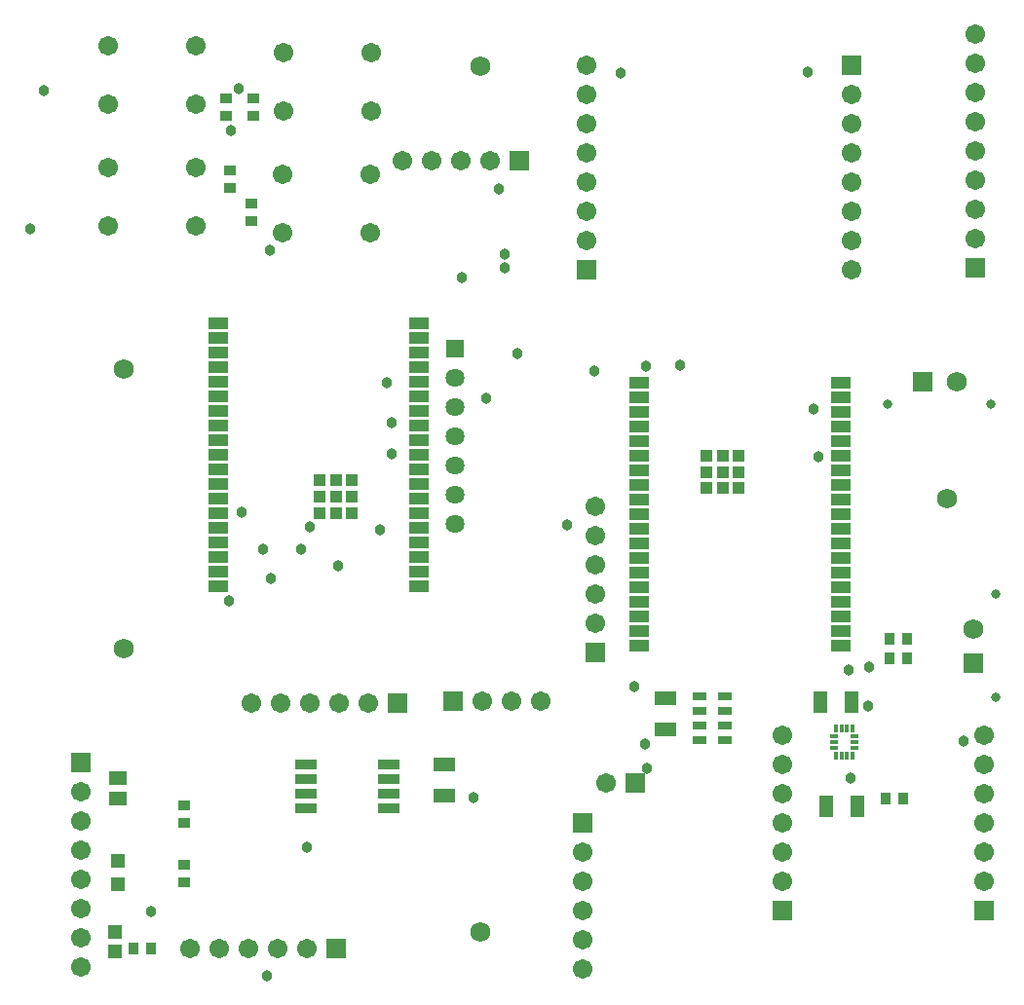
<source format=gts>
G04*
G04 #@! TF.GenerationSoftware,Altium Limited,Altium Designer,22.2.1 (43)*
G04*
G04 Layer_Color=8388736*
%FSLAX25Y25*%
%MOIN*%
G70*
G04*
G04 #@! TF.SameCoordinates,BF82E168-2CF8-4A2D-AB3A-859FEF8C30B5*
G04*
G04*
G04 #@! TF.FilePolarity,Negative*
G04*
G01*
G75*
%ADD21R,0.04700X0.04700*%
%ADD31R,0.06706X0.04343*%
%ADD32R,0.04343X0.04343*%
%ADD33R,0.05131X0.03162*%
%ADD34R,0.03556X0.04343*%
%ADD35R,0.06312X0.04737*%
%ADD36R,0.04737X0.05131*%
%ADD37R,0.01784X0.02670*%
%ADD38R,0.02670X0.01784*%
%ADD39R,0.07296X0.03359*%
%ADD40R,0.04343X0.03556*%
%ADD41R,0.07493X0.05131*%
%ADD42R,0.05131X0.07493*%
%ADD43C,0.06706*%
%ADD44R,0.06706X0.06706*%
%ADD45R,0.06706X0.06706*%
%ADD46C,0.03300*%
%ADD47C,0.06824*%
%ADD48R,0.06824X0.06824*%
%ADD49C,0.06410*%
%ADD50R,0.06410X0.06410*%
%ADD51C,0.06800*%
%ADD52R,0.06824X0.06824*%
%ADD53C,0.03800*%
D21*
X36200Y-303900D02*
D03*
Y-295600D02*
D03*
D31*
X283288Y-197020D02*
D03*
Y-132020D02*
D03*
Y-137020D02*
D03*
Y-142020D02*
D03*
Y-147020D02*
D03*
Y-152020D02*
D03*
Y-157020D02*
D03*
Y-162020D02*
D03*
Y-167020D02*
D03*
Y-172020D02*
D03*
Y-177020D02*
D03*
Y-182020D02*
D03*
Y-187020D02*
D03*
Y-192020D02*
D03*
Y-202020D02*
D03*
Y-207020D02*
D03*
Y-212020D02*
D03*
Y-217020D02*
D03*
Y-222020D02*
D03*
X214390D02*
D03*
Y-217020D02*
D03*
Y-212020D02*
D03*
Y-207020D02*
D03*
Y-202020D02*
D03*
Y-197020D02*
D03*
Y-192020D02*
D03*
Y-187020D02*
D03*
Y-182020D02*
D03*
Y-177020D02*
D03*
Y-172020D02*
D03*
Y-167020D02*
D03*
Y-162020D02*
D03*
Y-157020D02*
D03*
Y-152020D02*
D03*
Y-147020D02*
D03*
Y-142020D02*
D03*
Y-137020D02*
D03*
Y-132020D02*
D03*
X70300Y-201800D02*
D03*
Y-196800D02*
D03*
Y-191800D02*
D03*
Y-186800D02*
D03*
Y-181800D02*
D03*
Y-176800D02*
D03*
Y-171800D02*
D03*
Y-166800D02*
D03*
Y-161800D02*
D03*
Y-156800D02*
D03*
Y-151800D02*
D03*
Y-146800D02*
D03*
Y-141800D02*
D03*
Y-136800D02*
D03*
Y-131800D02*
D03*
Y-126800D02*
D03*
Y-121800D02*
D03*
Y-116800D02*
D03*
Y-111800D02*
D03*
X139198D02*
D03*
Y-116800D02*
D03*
Y-121800D02*
D03*
Y-126800D02*
D03*
Y-131800D02*
D03*
Y-136800D02*
D03*
Y-141800D02*
D03*
Y-146800D02*
D03*
Y-151800D02*
D03*
Y-156800D02*
D03*
Y-161800D02*
D03*
Y-166800D02*
D03*
Y-171800D02*
D03*
Y-176800D02*
D03*
Y-181800D02*
D03*
Y-186800D02*
D03*
Y-191800D02*
D03*
Y-196800D02*
D03*
Y-201800D02*
D03*
D32*
X237422Y-162729D02*
D03*
Y-157217D02*
D03*
X242934D02*
D03*
X248446D02*
D03*
Y-162729D02*
D03*
Y-168241D02*
D03*
X242934D02*
D03*
X237422D02*
D03*
X242934Y-162729D02*
D03*
X116166Y-171091D02*
D03*
Y-176603D02*
D03*
X110654D02*
D03*
X105142D02*
D03*
Y-171091D02*
D03*
Y-165579D02*
D03*
X110654D02*
D03*
X116166D02*
D03*
X110654Y-171091D02*
D03*
D33*
X243631Y-254282D02*
D03*
Y-249361D02*
D03*
Y-244439D02*
D03*
Y-239518D02*
D03*
X234969D02*
D03*
Y-244439D02*
D03*
Y-249361D02*
D03*
Y-254282D02*
D03*
D34*
X300095Y-219800D02*
D03*
X306000D02*
D03*
X300047Y-226500D02*
D03*
X305953D02*
D03*
X304653Y-274300D02*
D03*
X298747D02*
D03*
X41347Y-325746D02*
D03*
X47253D02*
D03*
D35*
X36200Y-274443D02*
D03*
Y-267357D02*
D03*
D36*
X35000Y-319953D02*
D03*
Y-326646D02*
D03*
D37*
X287553Y-250523D02*
D03*
X285584D02*
D03*
X283616D02*
D03*
X281647D02*
D03*
Y-259677D02*
D03*
X283616D02*
D03*
X285584D02*
D03*
X287553D02*
D03*
D38*
X281008Y-253132D02*
D03*
Y-255100D02*
D03*
Y-257068D02*
D03*
X288193D02*
D03*
Y-255100D02*
D03*
Y-253132D02*
D03*
D39*
X128873Y-277700D02*
D03*
Y-272700D02*
D03*
Y-267700D02*
D03*
Y-262700D02*
D03*
X100527D02*
D03*
Y-267700D02*
D03*
Y-272700D02*
D03*
Y-277700D02*
D03*
D40*
X58700Y-297195D02*
D03*
Y-303100D02*
D03*
Y-282649D02*
D03*
Y-276743D02*
D03*
X74400Y-59450D02*
D03*
Y-65355D02*
D03*
X81800Y-70695D02*
D03*
Y-76600D02*
D03*
X73200Y-34694D02*
D03*
Y-40600D02*
D03*
X82300Y-34694D02*
D03*
Y-40600D02*
D03*
D41*
X223500Y-250815D02*
D03*
Y-240185D02*
D03*
X147900Y-273300D02*
D03*
Y-262670D02*
D03*
D42*
X289015Y-277200D02*
D03*
X278385D02*
D03*
X287000Y-241300D02*
D03*
X276370D02*
D03*
D43*
X287200Y-93500D02*
D03*
Y-83500D02*
D03*
Y-73500D02*
D03*
Y-63500D02*
D03*
Y-53500D02*
D03*
Y-43500D02*
D03*
Y-33500D02*
D03*
X332500Y-252770D02*
D03*
Y-262770D02*
D03*
Y-272770D02*
D03*
Y-282770D02*
D03*
Y-302770D02*
D03*
Y-292770D02*
D03*
X163400Y-56100D02*
D03*
X153400D02*
D03*
X143400D02*
D03*
X133400D02*
D03*
X199300Y-174500D02*
D03*
Y-184500D02*
D03*
Y-194500D02*
D03*
Y-204500D02*
D03*
Y-214500D02*
D03*
X92900Y-39148D02*
D03*
X122900D02*
D03*
X92900Y-19148D02*
D03*
X122900D02*
D03*
X329300Y-72700D02*
D03*
Y-62700D02*
D03*
Y-52700D02*
D03*
Y-42700D02*
D03*
Y-32700D02*
D03*
Y-22700D02*
D03*
Y-12700D02*
D03*
Y-82700D02*
D03*
X196400Y-83500D02*
D03*
Y-73500D02*
D03*
Y-63500D02*
D03*
Y-53500D02*
D03*
Y-43500D02*
D03*
Y-33500D02*
D03*
Y-23500D02*
D03*
X23500Y-272200D02*
D03*
Y-282200D02*
D03*
Y-292200D02*
D03*
Y-302200D02*
D03*
Y-312200D02*
D03*
Y-322200D02*
D03*
Y-332200D02*
D03*
X263300Y-252770D02*
D03*
Y-262770D02*
D03*
Y-272770D02*
D03*
Y-282770D02*
D03*
Y-302770D02*
D03*
Y-292770D02*
D03*
X100800Y-325800D02*
D03*
X90800D02*
D03*
X80800D02*
D03*
X70800D02*
D03*
X60800D02*
D03*
X121600Y-241700D02*
D03*
X111600D02*
D03*
X101600D02*
D03*
X91600D02*
D03*
X81600D02*
D03*
X195100Y-292700D02*
D03*
Y-302700D02*
D03*
Y-312700D02*
D03*
Y-322700D02*
D03*
Y-332700D02*
D03*
X180600Y-241200D02*
D03*
X170600D02*
D03*
X160600D02*
D03*
X203100Y-269000D02*
D03*
X32698Y-36858D02*
D03*
X62698D02*
D03*
X32698Y-16858D02*
D03*
X62698D02*
D03*
X122500Y-60700D02*
D03*
X92500D02*
D03*
X122500Y-80700D02*
D03*
X92500D02*
D03*
X32600Y-78410D02*
D03*
X62600D02*
D03*
X32600Y-58410D02*
D03*
X62600D02*
D03*
D44*
X287200Y-23500D02*
D03*
X332500Y-312770D02*
D03*
X199300Y-224500D02*
D03*
X329300Y-92700D02*
D03*
X196400Y-93500D02*
D03*
X23500Y-262200D02*
D03*
X263300Y-312770D02*
D03*
X195100Y-282700D02*
D03*
D45*
X173400Y-56100D02*
D03*
X110800Y-325800D02*
D03*
X131600Y-241700D02*
D03*
X150600Y-241200D02*
D03*
X213100Y-269000D02*
D03*
D46*
X334911Y-139316D02*
D03*
X299478D02*
D03*
X336316Y-204478D02*
D03*
Y-239911D02*
D03*
D47*
X323100Y-131600D02*
D03*
X328600Y-216289D02*
D03*
D48*
X311289Y-131600D02*
D03*
D49*
X151500Y-180467D02*
D03*
Y-170467D02*
D03*
Y-160467D02*
D03*
Y-150467D02*
D03*
Y-140467D02*
D03*
Y-130467D02*
D03*
D50*
Y-120467D02*
D03*
D51*
X38100Y-223000D02*
D03*
X160000Y-320000D02*
D03*
Y-23700D02*
D03*
X319900Y-171800D02*
D03*
X38100Y-127400D02*
D03*
D52*
X328600Y-228100D02*
D03*
D53*
X216400Y-255800D02*
D03*
X217150Y-264257D02*
D03*
X216592Y-126406D02*
D03*
X199250Y-128200D02*
D03*
X292812Y-242912D02*
D03*
X293057Y-229566D02*
D03*
X286200Y-230400D02*
D03*
X274243Y-140943D02*
D03*
X172618Y-122018D02*
D03*
X10650Y-31960D02*
D03*
X125600Y-182500D02*
D03*
X168300Y-88100D02*
D03*
X168500Y-92800D02*
D03*
X153700Y-96100D02*
D03*
X166300Y-65600D02*
D03*
X77300Y-31400D02*
D03*
X286900Y-267300D02*
D03*
X6000Y-79300D02*
D03*
X189600Y-180800D02*
D03*
X128000Y-132200D02*
D03*
X98600Y-189200D02*
D03*
X85846D02*
D03*
X111300Y-194900D02*
D03*
X212700Y-236100D02*
D03*
X157700Y-274000D02*
D03*
X74200Y-206800D02*
D03*
X101900Y-181400D02*
D03*
X88400Y-199000D02*
D03*
X228300Y-126100D02*
D03*
X325300Y-254700D02*
D03*
X275600Y-157300D02*
D03*
X272200Y-25800D02*
D03*
X208100Y-26200D02*
D03*
X162000Y-137500D02*
D03*
X74700Y-45800D02*
D03*
X78300Y-176400D02*
D03*
X100600Y-291200D02*
D03*
X47400Y-313100D02*
D03*
X87000Y-335000D02*
D03*
X129900Y-156500D02*
D03*
Y-145800D02*
D03*
X88200Y-86900D02*
D03*
M02*

</source>
